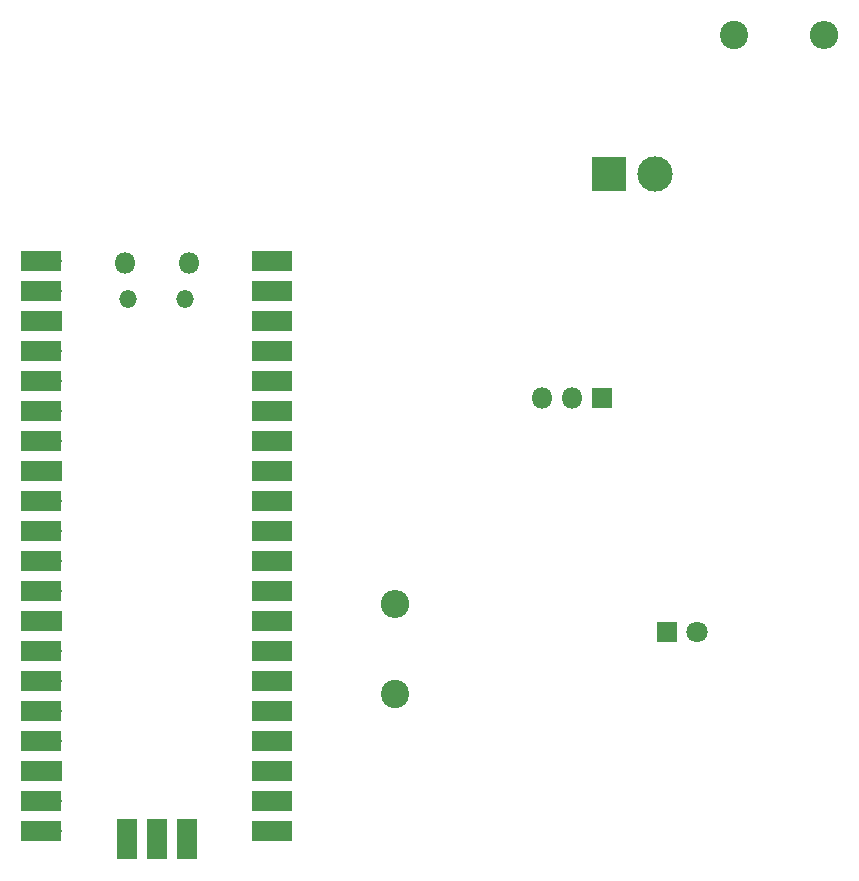
<source format=gbr>
%TF.GenerationSoftware,KiCad,Pcbnew,8.0.0*%
%TF.CreationDate,2024-03-27T17:07:57-03:00*%
%TF.ProjectId,primeiro,7072696d-6569-4726-9f2e-6b696361645f,rev?*%
%TF.SameCoordinates,Original*%
%TF.FileFunction,Soldermask,Top*%
%TF.FilePolarity,Negative*%
%FSLAX46Y46*%
G04 Gerber Fmt 4.6, Leading zero omitted, Abs format (unit mm)*
G04 Created by KiCad (PCBNEW 8.0.0) date 2024-03-27 17:07:57*
%MOMM*%
%LPD*%
G01*
G04 APERTURE LIST*
%ADD10C,2.400000*%
%ADD11O,2.400000X2.400000*%
%ADD12R,1.800000X1.800000*%
%ADD13O,1.800000X1.800000*%
%ADD14R,1.700000X3.500000*%
%ADD15O,1.700000X1.700000*%
%ADD16R,1.700000X1.700000*%
%ADD17R,3.500000X1.700000*%
%ADD18O,1.500000X1.500000*%
%ADD19C,3.000000*%
%ADD20R,3.000000X3.000000*%
%ADD21C,1.800000*%
G04 APERTURE END LIST*
D10*
%TO.C,R2*%
X178715000Y-39500000D03*
D11*
X186335000Y-39500000D03*
%TD*%
D12*
%TO.C,Q1*%
X167540000Y-70250000D03*
D13*
X165000000Y-70250000D03*
X162460000Y-70250000D03*
%TD*%
D14*
%TO.C,U2*%
X132355000Y-107585000D03*
D15*
X132355000Y-106685000D03*
D14*
X129815000Y-107585000D03*
D16*
X129815000Y-106685000D03*
D14*
X127275000Y-107585000D03*
D15*
X127275000Y-106685000D03*
D17*
X139605000Y-58655000D03*
D15*
X138705000Y-58655000D03*
D17*
X139605000Y-61195000D03*
D15*
X138705000Y-61195000D03*
D17*
X139605000Y-63735000D03*
D16*
X138705000Y-63735000D03*
D17*
X139605000Y-66275000D03*
D15*
X138705000Y-66275000D03*
D17*
X139605000Y-68815000D03*
D15*
X138705000Y-68815000D03*
D17*
X139605000Y-71355000D03*
D15*
X138705000Y-71355000D03*
D17*
X139605000Y-73895000D03*
D15*
X138705000Y-73895000D03*
D17*
X139605000Y-76435000D03*
D16*
X138705000Y-76435000D03*
D17*
X139605000Y-78975000D03*
D15*
X138705000Y-78975000D03*
D17*
X139605000Y-81515000D03*
D15*
X138705000Y-81515000D03*
D17*
X139605000Y-84055000D03*
D15*
X138705000Y-84055000D03*
D17*
X139605000Y-86595000D03*
D15*
X138705000Y-86595000D03*
D17*
X139605000Y-89135000D03*
D16*
X138705000Y-89135000D03*
D17*
X139605000Y-91675000D03*
D15*
X138705000Y-91675000D03*
D17*
X139605000Y-94215000D03*
D15*
X138705000Y-94215000D03*
D17*
X139605000Y-96755000D03*
D15*
X138705000Y-96755000D03*
D17*
X139605000Y-99295000D03*
D15*
X138705000Y-99295000D03*
D17*
X139605000Y-101835000D03*
D16*
X138705000Y-101835000D03*
D17*
X139605000Y-104375000D03*
D15*
X138705000Y-104375000D03*
D17*
X139605000Y-106915000D03*
D15*
X138705000Y-106915000D03*
D17*
X120025000Y-106915000D03*
D15*
X120925000Y-106915000D03*
D17*
X120025000Y-104375000D03*
D15*
X120925000Y-104375000D03*
D17*
X120025000Y-101835000D03*
D16*
X120925000Y-101835000D03*
D17*
X120025000Y-99295000D03*
D15*
X120925000Y-99295000D03*
D17*
X120025000Y-96755000D03*
D15*
X120925000Y-96755000D03*
D17*
X120025000Y-94215000D03*
D15*
X120925000Y-94215000D03*
D17*
X120025000Y-91675000D03*
D15*
X120925000Y-91675000D03*
D17*
X120025000Y-89135000D03*
D16*
X120925000Y-89135000D03*
D17*
X120025000Y-86595000D03*
D15*
X120925000Y-86595000D03*
D17*
X120025000Y-84055000D03*
D15*
X120925000Y-84055000D03*
D17*
X120025000Y-81515000D03*
D15*
X120925000Y-81515000D03*
D17*
X120025000Y-78975000D03*
D15*
X120925000Y-78975000D03*
D17*
X120025000Y-76435000D03*
D16*
X120925000Y-76435000D03*
D17*
X120025000Y-73895000D03*
D15*
X120925000Y-73895000D03*
D17*
X120025000Y-71355000D03*
D15*
X120925000Y-71355000D03*
D17*
X120025000Y-68815000D03*
D15*
X120925000Y-68815000D03*
D17*
X120025000Y-66275000D03*
D15*
X120925000Y-66275000D03*
D17*
X120025000Y-63735000D03*
D16*
X120925000Y-63735000D03*
D17*
X120025000Y-61195000D03*
D15*
X120925000Y-61195000D03*
D17*
X120025000Y-58655000D03*
D15*
X120925000Y-58655000D03*
D13*
X132540000Y-58785000D03*
D18*
X132240000Y-61815000D03*
X127390000Y-61815000D03*
D13*
X127090000Y-58785000D03*
%TD*%
D11*
%TO.C,R1*%
X150000000Y-87665000D03*
D10*
X150000000Y-95285000D03*
%TD*%
D19*
%TO.C,J1*%
X171972500Y-51250000D03*
D20*
X168092500Y-51250000D03*
%TD*%
D12*
%TO.C,D1*%
X173000000Y-90000000D03*
D21*
X175540000Y-90000000D03*
%TD*%
M02*

</source>
